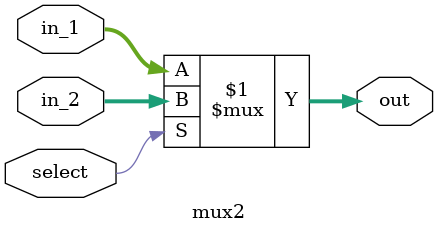
<source format=v>
`timescale 1ns / 1ps
module mux2(
	in_1,
	in_2,
	select,
	out
    );

input [31:0] in_1;
input [31:0]in_2;
input select;
output [31:0] out;

assign out = (select) ? in_2 : in_1;

endmodule

</source>
